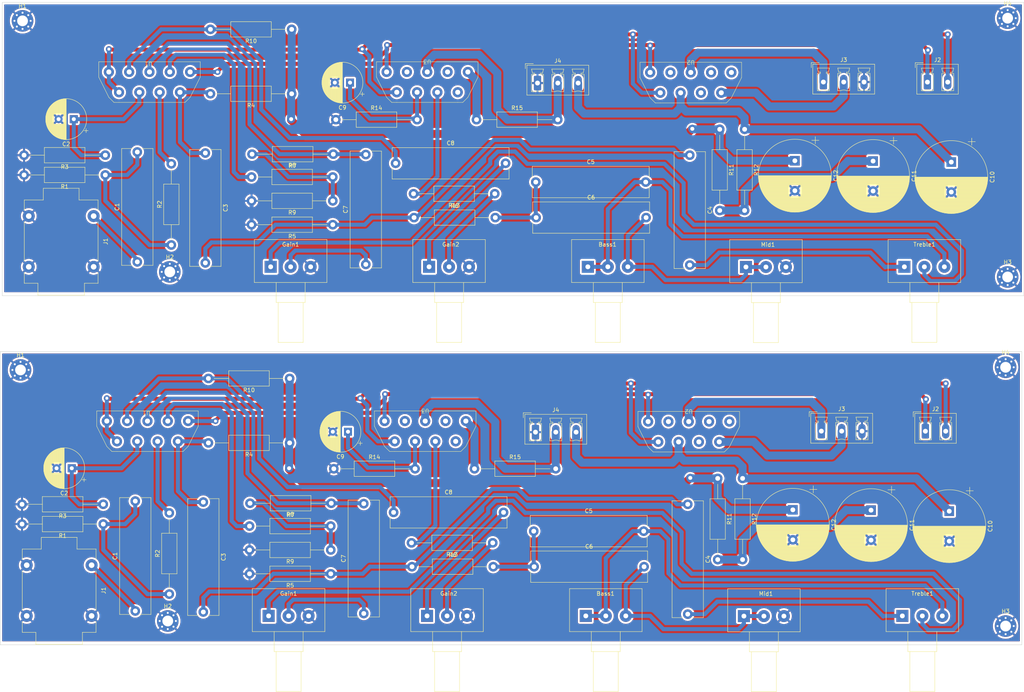
<source format=kicad_pcb>
(kicad_pcb (version 20221018) (generator pcbnew)
  (layers (0 "F.Cu" signal) (31 "B.Cu" signal) (34 "B.Paste" user) (35 "F.Paste" user) (36 "B.SilkS" user "B.Silkscreen") (37 "F.SilkS" user "F.Silkscreen") (38 "B.Mask" user) (39 "F.Mask" user) (44 "Edge.Cuts" user))
  (net 0 "")
  (net 1 "Net-(Bass1-Pad1)")
  (net 2 "Net-(Bass1-Pad3)")
  (net 3 "Net-(C1-Pad1)")
  (net 4 "Net-(C1-Pad2)")
  (net 5 "Net-(U1B-K)")
  (net 6 "Net-(U1B-A)")
  (net 7 "Net-(C3-Pad2)")
  (net 8 "Net-(C4-Pad2)")
  (net 9 "Net-(C5-Pad1)")
  (net 10 "Net-(C7-Pad1)")
  (net 11 "Net-(U1A-G)")
  (net 12 "Net-(U1A-A)")
  (net 13 "Net-(C8-Pad2)")
  (net 14 "Net-(U3A-K_G3)")
  (net 15 "Net-(U1B-G)")
  (net 16 "Net-(R7-Pad2)")
  (net 17 "Net-(U1A-K)")
  (net 18 "Net-(U3A-G1)")
  (net 19 "Net-(U3A-G2)")
  (net 20 "Net-(Gain2-Pad2)")
  (net 21 "GND")
  (net 22 "Net-(Gain1-Pad1)")
  (net 23 "Net-(J2-Pin_1)")
  (net 24 "Net-(J2-Pin_2)")
  (net 25 "Net-(J3-Pin_1)")
  (net 26 "Net-(J3-Pin_2)")
  (net 27 "B+")
  (net 28 "B2+")
  (net 29 "Net-(C12-Pad1)")
  (net 30 "Net-(J4-Pin_2)")
  (footprint "Potentiometer_THT:Potentiometer_Alps_RK163_Single_Horizontal" (layer "F.Cu") (at 200.994 82.215 90)
    (fp_text reference "Mid1")
    (fp_text value "25KA")
  )
  (footprint "Resistor_THT:R_Axial_DIN0411_L9.9mm_D3.6mm_P20.32mm_Horizontal" (layer "F.Cu") (at 133.096 132.715)
    (fp_text reference "R15")
    (fp_text value "680/3W")
  )
  (footprint "Capacitor_THT:CP_Radial_D18.0mm_P7.50mm" (layer "F.Cu") (at 232.283 143.08022 -90)
    (fp_text reference "C11")
    (fp_text value "50-500uF/25V")
  )
  (footprint "Capacitor_THT:CP_Radial_D10.0mm_P3.80mm" (layer "F.Cu") (at 101.971 36.068 180)
    (fp_text reference "C9")
    (fp_text value "50-500uF/25V")
  )
  (footprint "Capacitor_THT:C_Rect_L29.0mm_W7.6mm_P27.50mm_MKT" (layer "F.Cu") (at 65.786 53.687 -90)
    (fp_text reference "C3")
    (fp_text value "0.01uF")
  )
  (footprint "Resistor_THT:R_Axial_DIN0411_L9.9mm_D3.6mm_P20.32mm_Horizontal" (layer "F.Cu") (at 77.343 59.69)
    (fp_text reference "R8")
    (fp_text value "820")
  )
  (footprint "Capacitor_THT:C_Rect_L29.0mm_W7.6mm_P27.50mm_MKT" (layer "F.Cu") (at 148.014 157.226)
    (fp_text reference "C6")
    (fp_text value "22nF")
  )
  (footprint "Connector_Phoenix_MC_HighVoltage:PhoenixContact_MCV_1,5_3-G-5.08_1x03_P5.08mm_Vertical" (layer "F.Cu") (at 148.8615 36.1755)
    (fp_text reference "J4")
    (fp_text value "OT")
  )
  (footprint "Potentiometer_THT:Potentiometer_Alps_RK163_Single_Horizontal" (layer "F.Cu") (at 240.11 169.545 90)
    (fp_text reference "Treble1")
    (fp_text value "250KA")
  )
  (footprint "Connector_Audio:Jack_6.35mm_Neutrik_NMJ4HCD2_Horizontal" (layer "F.Cu") (at 37.846 69.469 -90)
    (fp_text reference "J1")
    (fp_text value "Conn_01x02_Socket")
  )
  (footprint "Potentiometer_THT:Potentiometer_Alps_RK163_Single_Horizontal" (layer "F.Cu") (at 200.486 169.591 90)
    (fp_text reference "Mid1")
    (fp_text value "25KA")
  )
  (footprint "Potentiometer_THT:Potentiometer_Alps_RK163_Single_Horizontal" (layer "F.Cu") (at 82.122 82.169 90)
    (fp_text reference "Gain1")
    (fp_text value "250KA")
  )
  (footprint "Resistor_THT:R_Axial_DIN0411_L9.9mm_D3.6mm_P20.32mm_Horizontal" (layer "F.Cu") (at 117.475 157.226)
    (fp_text reference "R6")
    (fp_text value "68K")
  )
  (footprint "Connector_Phoenix_MC_HighVoltage:PhoenixContact_MCV_1,5_3-G-5.08_1x03_P5.08mm_Vertical" (layer "F.Cu") (at 219.8545 123.2975)
    (fp_text reference "J3")
    (fp_text value "Conn_01x03_Pin")
  )
  (footprint "Capacitor_THT:C_Rect_L29.0mm_W7.6mm_P27.50mm_MKT" (layer "F.Cu") (at 148.429 60.96)
    (fp_text reference "C5")
    (fp_text value "22nF")
  )
  (footprint "Resistor_THT:R_Axial_DIN0411_L9.9mm_D3.6mm_P20.32mm_Horizontal" (layer "F.Cu") (at 200.152 135.128 -90)
    (fp_text reference "R12")
    (fp_text value "100K/2W")
  )
  (footprint "Resistor_THT:R_Axial_DIN0411_L9.9mm_D3.6mm_P20.32mm_Horizontal" (layer "F.Cu") (at 86.868 110.109 180)
    (fp_text reference "R10")
    (fp_text value "100K")
  )
  (footprint "Potentiometer_THT:Potentiometer_Alps_RK163_Single_Horizontal" (layer "F.Cu") (at 160.942 169.545 90)
    (fp_text reference "Bass1")
    (fp_text value "250KA")
  )
  (footprint "Resistor_THT:R_Axial_DIN0411_L9.9mm_D3.6mm_P20.32mm_Horizontal" (layer "F.Cu") (at 200.66 47.752 -90)
    (fp_text reference "R12")
    (fp_text value "100K/2W")
  )
  (footprint "Connector_Phoenix_MC_HighVoltage:PhoenixContact_MCV_1,5_2-G-5.08_1x02_P5.08mm_Vertical" (layer "F.Cu") (at 246.38 35.941)
    (fp_text reference "J2")
    (fp_text value "Heater")
  )
  (footprint "Connector_Audio:Jack_6.35mm_Neutrik_NMJ4HCD2_Horizontal" (layer "F.Cu") (at 37.338 156.845 -90)
    (fp_text reference "J1")
    (fp_text value "Conn_01x02_Socket")
  )
  (footprint "Elab:9P_2.57mm" (layer "F.Cu") (at 51.816 33.401 180)
    (fp_text reference "U1")
    (fp_text value "12AX7")
  )
  (footprint "Capacitor_THT:C_Rect_L29.0mm_W7.6mm_P27.50mm_MKT" (layer "F.Cu") (at 186.436 141.605 -90)
    (fp_text reference "C4")
    (fp_text value "150pF")
  )
  (footprint "Resistor_THT:R_Axial_DIN0411_L9.9mm_D3.6mm_P20.32mm_Horizontal" (layer "F.Cu") (at 57.277 76.708 90)
    (fp_text reference "R2")
    (fp_text value "68K")
  )
  (footprint "Capacitor_THT:C_Rect_L29.0mm_W7.6mm_P27.50mm_MKT" (layer "F.Cu") (at 148.522 69.85)
    (fp_text reference "C6")
    (fp_text value "22nF")
  )
  (footprint "Potentiometer_THT:Potentiometer_Alps_RK163_Single_Horizontal" (layer "F.Cu") (at 81.614 169.545 90)
    (fp_text reference "Gain1")
    (fp_text value "250KA")
  )
  (footprint "Elab:9P_2.57mm" (layer "F.Cu") (at 186.69 120.904 180)
    (fp_text reference "U2")
    (fp_text value "EZ80")
  )
  (footprint "Capacitor_THT:C_Rect_L29.0mm_W7.6mm_P27.50mm_MKT" (layer "F.Cu") (at 48.26 168.309 90)
    (fp_text reference "C1")
    (fp_text value "0.01uF")
  )
  (footprint "Capacitor_THT:CP_Radial_D10.0mm_P3.80mm" (layer "F.Cu") (at 101.463 123.444 180)
    (fp_text reference "C9")
    (fp_text value "50-500uF/25V")
  )
  (footprint "Resistor_THT:R_Axial_DIN0411_L9.9mm_D3.6mm_P20.32mm_Horizontal" (layer "F.Cu") (at 97.282 141.351 180)
    (fp_text reference "R7")
    (fp_text value "1M")
  )
  (footprint "Resistor_THT:R_Axial_DIN0411_L9.9mm_D3.6mm_P20.32mm_Horizontal" (layer "F.Cu") (at 40.259 141.605 180)
    (fp_text reference "R3")
    (fp_text value "1K5")
  )
  (footprint "Resistor_THT:R_Axial_DIN0411_L9.9mm_D3.6mm_P20.32mm_Horizontal" (layer "F.Cu") (at 56.769 164.084 90)
    (fp_text reference "R2")
    (fp_text value "68K")
  )
  (footprint "Resistor_THT:R_Axial_DIN0411_L9.9mm_D3.6mm_P20.32mm_Horizontal" (layer "F.Cu") (at 194.437 47.752 -90)
    (fp_text reference "R11")
    (fp_text value "100K/2W")
  )
  (footprint "MountingHole:MountingHole_2.7mm_Pad_Via" (layer "F.Cu") (at 266.446 84.709)
    (fp_text reference "H3")
    (fp_text value "GND")
  )
  (footprint "Capacitor_THT:CP_Radial_D10.0mm_P3.80mm" (layer "F.Cu") (at 32.375 132.588 180)
    (fp_text reference "C2")
    (fp_text value "50uF/25V")
  )
  (footprint "Resistor_THT:R_Axial_DIN0411_L9.9mm_D3.6mm_P20.32mm_Horizontal" (layer "F.Cu") (at 97.155 153.035 180)
    (fp_text reference "R9")
    (fp_text value "39K")
  )
  (footprint "Resistor_THT:R_Axial_DIN0411_L9.9mm_D3.6mm_P20.32mm_Horizontal" (layer "F.Cu") (at 137.668 151.257 180)
    (fp_text reference "R13")
    (fp_text value "8.2K")
  )
  (footprint "Capacitor_THT:CP_Radial_D18.0mm_P7.50mm" (layer "F.Cu") (at 213.233 55.619 -90)
    (fp_text reference "C12")
    (fp_text value "50-500uF/25V")
  )
  (footprint "Elab:9P_2.57mm" (layer "F.Cu") (at 121.285 33.401 180)
    (fp_text reference "U3")
    (fp_text value "EL84")
  )
  (footprint "MountingHole:MountingHole_2.7mm_Pad_Via" (layer "F.Cu") (at 20.066 20.609)
    (fp_text reference "H1")
    (fp_text value "GND")
  )
  (footprint "Resistor_THT:R_Axial_DIN0411_L9.9mm_D3.6mm_P20.32mm_Horizontal" (layer "F.Cu") (at 97.917 132.715)
    (fp_text reference "R14")
    (fp_text value "125/5W")
  )
  (footprint "Resistor_THT:R_Axial_DIN0411_L9.9mm_D3.6mm_P20.32mm_Horizontal" (layer "F.Cu") (at 193.929 135.128 -90)
    (fp_text reference "R11")
    (fp_text value "100K/2W")
  )
  (footprint "Capacitor_THT:CP_Radial_D18.0mm_P7.50mm" (layer "F.Cu") (at 251.841 143.33422 -90)
    (fp_text reference "C10")
    (fp_text value "50-500uF/25V")
  )
  (footprint "MountingHole:MountingHole_2.7mm_Pad_Via" (layer "F.Cu") (at 56.388 170.815)
    (fp_text reference "H2")
    (fp_text value "GND")
  )
  (footprint "Potentiometer_THT:Potentiometer_Alps_RK163_Single_Horizontal" (layer "F.Cu") (at 240.618 82.169 90)
    (fp_text reference "Treble1")
    (fp_text value "250KA")
  )
  (footprint "Capacitor_THT:C_Rect_L29.0mm_W7.6mm_P27.50mm_MKT" (layer "F.Cu") (at 65.278 141.063 -90)
    (fp_text reference "C3")
    (fp_text value "0.01uF")
  )
  (footprint "Connector_Phoenix_MC_HighVoltage:PhoenixContact_MCV_1,5_2-G-5.08_1x02_P5.08mm_Vertical" (layer "F.Cu") (at 245.872 123.317)
    (fp_text reference "J2")
    (fp_text value "Heater")
  )
  (footprint "Resistor_THT:R_Axial_DIN0411_L9.9mm_D3.6mm_P20.32mm_Horizontal" (layer "F.Cu") (at 133.604 45.339)
    (fp_text reference "R15")
    (fp_text value "680/3W")
  )
  (footprint "Potentiometer_THT:Potentiometer_Alps_RK163_Single_Horizontal" (layer "F.Cu") (at 161.45 82.169 90)
    (fp_text reference "Bass1")
    (fp_text value "250KA")
  )
  (footprint "Resistor_THT:R_Axial_DIN0411_L9.9mm_D3.6mm_P20.32mm_Horizontal" (layer "F.Cu") (at 76.835 147.066)
    (fp_text reference "R8")
    (fp_text value "820")
  )
  (footprint "Capacitor_THT:C_Rect_L29.0mm_W7.6mm_P27.50mm_MKT" (layer "F.Cu") (at 113.377 56.261)
    (fp_text reference "C8")
    (fp_text value "0.01uF")
  )
  (footprint "Connector_Phoenix_MC_HighVoltage:PhoenixContact_MCV_1,5_3-G-5.08_1x03_P5.08mm_Vertical" (layer "F.Cu") (at 220.3625 35.9215)
    (fp_text reference "J3")
    (fp_text value "Conn_01x03_Pin")
  )
  (footprint "Resistor_THT:R_Axial_DIN0411_L9.9mm_D3.6mm_P20.32mm_Horizontal" (layer "F.Cu") (at 87.376 38.862 180)
    (fp_text reference "R4")
    (fp_text value "100K")
  )
  (footprint "Capacitor_THT:C_Rect_L29.0mm_W7.6mm_P27.50mm_MKT" (layer "F.Cu") (at 48.768 80.933 90)
    (fp_text reference "C1")
    (fp_text value "0.01uF")
  )
  (footprint "Capacitor_THT:C_Rect_L29.0mm_W7.6mm_P27.50mm_MKT" (layer "F.Cu") (at 112.869 143.637)
    (fp_text reference "C8")
    (fp_text value "0.01uF")
  )
  (footprint "Connector_Phoenix_MC_HighVoltage:PhoenixContact_MCV_1,5_3-G-5.08_1x03_P5.08mm_Vertical" (layer "F.Cu") (at 148.3535 123.5515)
    (fp_text reference "J4")
    (fp_text value "OT")
  )
  (footprint "Resistor_THT:R_Axial_DIN0411_L9.9mm_D3.6mm_P20.32mm_Horizontal" (layer "F.Cu") (at 138.176 63.881 180)
    (fp_text reference "R13")
    (fp_text value "8.2K")
  )
  (footprint "Capacitor_THT:C_Rect_L29.0mm_W7.6mm_P27.50mm_MKT" (layer "F.Cu") (at 147.921 148.336)
    (fp_text reference "C5")
    (fp_text value "22nF")
  )
  (footprint "Resistor_THT:R_Axial_DIN0411_L9.9mm_D3.6mm_P20.32mm_Horizontal" (layer "F.Cu") (at 97.79 53.975 180)
    (fp_text reference "R7")
    (fp_text value "1M")
  )
  (footprint "Resistor_THT:R_Axial_DIN0411_L9.9mm_D3.6mm_P20.32mm_Horizontal" (layer "F.Cu") (at 87.376 22.733 180)
    (fp_text reference "R10")
    (fp_text value "100K")
  )
  (footprint "Resistor_THT:R_Axial_DIN0411_L9.9mm_D3.6mm_P20.32mm_Horizontal" (layer "F.Cu") (at 97.155 159.004 180)
    (fp_text reference "R5")
    (fp_text value "1M")
  )
  (footprint "Resistor_THT:R_Axial_DIN0411_L9.9mm_D3.6mm_P20.32mm_Horizontal" (layer "F.Cu") (at 86.868 126.238 180)
    (fp_text reference "R4")
    (fp_text value "100K")
  )
  (footprint "MountingHole:MountingHole_2.7mm_Pad_Via" (layer "F.Cu") (at 265.938 172.085)
    (fp_text reference "H3")
    (fp_text value "GND")
  )
  (footprint "Elab:9P_2.57mm" (layer "F.Cu") (at 187.198 33.528 180)
    (fp_text reference "U2")
    (fp_text value "EZ80")
  )
  (footprint "Capacitor_THT:CP_Radial_D18.0mm_P7.50mm" (layer "F.Cu") (at 232.791 55.70422 -90)
    (fp_text reference "C11")
    (fp_text value "50-500uF/25V")
  )
  (footprint "Resistor_THT:R_Axial_DIN0411_L9.9mm_D3.6mm_P20.32mm_Horizontal" (layer "F.Cu") (at 97.663 71.628 180)
    (fp_text reference "R5")
    (fp_text value "1M")
  )
  (footprint "Resistor_THT:R_Axial_DIN0411_L9.9mm_D3.6mm_P20.32mm_Horizontal" (layer "F.Cu") (at 117.983 69.85)
    (fp_text reference "R6")
    (fp_text value "68K")
  )
  (footprint "Capacitor_THT:C_Rect_L29.0mm_W7.6mm_P27.50mm_MKT" (layer "F.Cu") (at 105.918 81.568 90)
    (fp_text reference "C7")
    (fp_text value "47nF")
  )
  (footprint "Potentiometer_THT:Potentiometer_Alps_RK163_Single_Horizontal" (layer "F.Cu") (at 121.238 169.545 90)
    (fp_text reference "Gain2")
    (fp_text value "250KA")
  )
  (footprint "Capacitor_THT:CP_Radial_D10.0mm_P3.80mm" (layer "F.Cu") (at 32.883 45.212 180)
    (fp_text reference "C2")
    (fp_text value "50uF/25V")
  )
  (footprint "MountingHole:MountingHole_2.7mm_Pad_Via" (layer "F.Cu") (at 19.558 107.985)
    (fp_text reference "H1")
    (fp_text value "GND")
  )
  (footprint "Elab:9P_2.57mm" (layer "F.Cu") (at 51.308 120.777 180)
    (fp_text reference "U1")
    (fp_text value "12AX7")
  )
  (footprint "MountingHole:MountingHole_2.7mm_Pad_Via" (layer "F.Cu") (at 266.446 19.939)
    (fp_text reference "H4")
    (fp_text value "GND")
  )
  (footprint "Resistor_THT:R_Axial_DIN0411_L9.9mm_D3.6mm_P20.32mm_Horizontal" (layer "F.Cu") (at 98.425 45.339)
    (fp_text reference "R14")
    (fp_text value "125/5W")
  )
  (footprint "Resistor_THT:R_Axial_DIN0411_L9.9mm_D3.6mm_P20.32mm_Horizontal" (layer "F.Cu") (at 97.663 65.659 180)
    (fp_text reference "R9")
    (fp_text value "39K")
  )
  (footprint "Resistor_THT:R_Axial_DIN0411_L9.9mm_D3.6mm_P20.32mm_Horizontal" (layer "F.Cu") (at 40.767 54.229 180)
    (fp_text reference "R3")
    (fp_text value "1K5")
  )
  (footprint "MountingHole:MountingHole_2.7mm_Pad_Via" (layer "F.Cu") (at 265.938 107.315)
    (fp_text reference "H4")
    (fp_text value "GND")
  )
  (footprint "MountingHole:MountingHole_2.7mm_Pad_Via" (layer "F.Cu") (at 56.896 83.439)
    (fp_text reference "H2")
    (fp_text value "GND")
  )
  (footprint "Capacitor_THT:C_Rect_L29.0mm_W7.6mm_P27.50mm_MKT" (layer "F.Cu") (at 105.41 168.944 90)
    (fp_text reference "C7")
    (fp_text value "47nF")
  )
  (footprint "Potentiometer_THT:Potentiometer_Alps_RK163_Single_Horizontal" (layer "F.Cu") (at 121.746 82.169 90)
    (fp_text reference "Gain2")
    (fp_text value "250KA")
  )
  (footprint "Resistor_THT:R_Axial_DIN0411_L9.9mm_D3.6mm_P20.32mm_Horizontal" (layer "F.Cu") (at 40.767 59.182 180)
    (fp_text reference "R1")
    (fp_text value "1M")
  )
  (footprint "Capacitor_THT:C_Rect_L29.0mm_W7.6mm_P27.50mm_MKT" (layer "F.Cu") (at 186.944 54.229 -90)
    (fp_text reference "C4")
    (fp_text value "150pF")
  )
  (footprint "Capacitor_THT:CP_Radial_D18.0mm_P7.50mm" (layer "F.Cu") (at 212.725 142.995 -90)
    (fp_text reference "C12")
    (fp_text value "50-500uF/25V")
  )
  (footprint "Elab:9P_2.57mm" (layer "F.Cu") (at 120.777 120.777 180)
    (fp_text reference "U3")
    (fp_text value "EL84")
  )
  (footprint "Resistor_THT:R_Axial_DIN0411_L9.9mm_D3.6mm_P20.32mm_Horizontal" (layer "F.Cu") (at 40.259 146.558 180)
    (fp_text reference "R1")
    (fp_text value "1M")
  )
  (footprint "Capacitor_THT:CP_Radial_D18.0mm_P7.50mm" (layer "F.Cu") (at 252.349 55.95822 -90)
    (fp_text reference "C10")
    (fp_text value "50-500uF/25V")
  )
  (gr_rect (start 14.986 16.002) (end 270.51 89.408) (stroke (width 0.1)) (fill none) (layer "Edge.Cuts"))
  (gr_rect (start 14.478 103.378) (end 270.002 176.784) (stroke (width 0.1)) (fill none) (layer "Edge.Cuts"))
  (segment (start 179.578 148.336) (end 181.61 150.368) (width 1) (layer "B.Cu") (net 1))
  (segment (start 250.618 78.82) (end 250.618 82.169) (width 1) (layer "B.Cu") (net 1))
  (segment (start 166.45 67.738) (end 173.228 60.96) (width 1) (layer "B.Cu") (net 1))
  (segment (start 161.45 82.169) (end 166.45 82.169) (width 1) (layer "B.Cu") (net 1))
  (segment (start 181.61 158.877) (end 184.658 161.925) (width 1) (layer "B.Cu") (net 1))
  (segment (start 250.11 166.196) (end 250.11 169.545) (width 1) (layer "B.Cu") (net 1))
  (segment (start 180.086 60.96) (end 182.118 62.992) (width 1) (layer "B.Cu") (net 1))
  (segment (start 172.72 148.336) (end 175.421 148.336) (width 1) (layer "B.Cu") (net 1))
  (segment (start 165.942 155.114) (end 172.72 148.336) (width 1) (layer "B.Cu") (net 1))
  (segment (start 182.118 71.501) (end 185.166 74.549) (width 1) (layer "B.Cu") (net 1))
  (segment (start 182.118 62.992) (end 182.118 71.501) (width 1) (layer "B.Cu") (net 1))
  (segment (start 250.0795 166.196) (end 250.11 166.196) (width 1) (layer "B.Cu") (net 1))
  (segment (start 245.8085 161.925) (end 250.0795 166.196) (width 1) (layer "B.Cu") (net 1))
  (segment (start 173.228 60.96) (end 175.929 60.96) (width 1) (layer "B.Cu") (net 1))
  (segment (start 166.45 82.169) (end 166.45 67.738) (width 1) (layer "B.Cu") (net 1))
  (segment (start 160.883 169.486) (end 160.942 169.545) (width 1) (layer "B.Cu") (net 1))
  (segment (start 181.61 150.368) (end 181.61 158.877) (width 1) (layer "B.Cu") (net 1))
  (segment (start 184.658 161.925) (end 245.8085 161.925) (width 1) (layer "B.Cu") (net 1))
  (segment (start 175.421 148.336) (end 179.578 148.336) (width 1) (layer "B.Cu") (net 1))
  (segment (start 161.391 82.11) (end 161.45 82.169) (width 1) (layer "B.Cu") (net 1))
  (segment (start 160.942 169.545) (end 165.942 169.545) (width 1) (layer "B.Cu") (net 1))
  (segment (start 246.3165 74.549) (end 250.5875 78.82) (width 1) (layer "B.Cu") (net 1))
  (segment (start 250.5875 78.82) (end 250.618 78.82) (width 1) (layer "B.Cu") (net 1))
  (segment (start 185.166 74.549) (end 246.3165 74.549) (width 1) (layer "B.Cu") (net 1))
  (segment (start 165.942 169.545) (end 165.942 155.114) (width 1) (layer "B.Cu") (net 1))
  (segment (start 175.929 60.96) (end 180.086 60.96) (width 1) (layer "B.Cu") (net 1))
  (segment (start 170.988 169.591) (end 170.942 169.545) (width 1) (layer "B.Cu") (net 2))
  (segment (start 200.486 171.497) (end 199.136 172.847) (width 1) (layer "B.Cu") (net 2))
  (segment (start 177.038 169.545) (end 170.942 169.545) (width 1) (layer "B.Cu") (net 2))
  (segment (start 171.45 74.422) (end 176.022 69.85) (width 1) (layer "B.Cu") (net 2))
  (segment (start 199.644 85.471) (end 180.848 85.471) (width 1) (layer "B.Cu") (net 2))
  (segment (start 199.136 172.847) (end 180.34 172.847) (width 1) (layer "B.Cu") (net 2))
  (segment (start 170.942 161.798) (end 175.514 157.226) (width 1) (layer "B.Cu") (net 2))
  (segment (start 205.994 82.215) (end 200.994 82.215) (width 1) (layer "B.Cu") (net 2))
  (segment (start 170.942 169.545) (end 170.942 161.798) (width 1) (layer "B.Cu") (net 2))
  (segment (start 200.486 169.591) (end 200.486 171.497) (width 1) (layer "B.Cu") (net 2))
  (segment (start 171.45 82.169) (end 171.45 74.422) (width 1) (layer "B.Cu") (net 2))
  (segment (start 200.994 82.215) (end 200.994 84.121) (width 1) (layer "B.Cu") (net 2))
  (segment (start 171.496 82.215) (end 171.45 82.169) (width 1) (layer "B.Cu") (net 2))
  (segment (start 180.848 85.471) (end 177.546 82.169) (width 1) (layer "B.Cu") (net 2))
  (segment (start 177.546 82.169) (end 171.45 82.169) (width 1) (layer "B.Cu") (net 2))
  (segment (start 200.994 84.121) (end 199.644 85.471) (width 1) (layer "B.Cu") (net 2))
  (segment (start 205.486 169.591) (end 200.486 169.591) (width 1) (layer "B.Cu") (net 2))
  (segment (start 180.34 172.847) (end 177.038 169.545) (width 1) (layer "B.Cu") (net 2))
  (segment (start 37.338 156.845) (end 48.26 167.767) (width 1) (layer "B.Cu") (net 3))
  (segment (start 48.26 167.767) (end 48.26 168.309) (width 1) (layer "B.Cu") (net 3))
  (segment (start 48.768 80.391) (end 48.768 80.933) (width 1) (layer "B.Cu") (net 3))
  (segment (start 37.846 69.469) (end 48.768 80.391) (width 1) (layer "B.Cu") (net 3))
  (segment (start 40.767 65.659) (end 40.767 59.182) (width 1) (layer "B.Cu") (net 4))
  (segment (start 48.26 144.018) (end 45.72 146.558) (width 1) (layer "B.Cu") (net 4))
  (segment (start 56.769 164.084) (end 51.308 164.084) (width 1) (layer "B.Cu") (net 4))
  (segment (start 40.259 153.035) (end 40.259 146.558) (width 1) (layer "B.Cu") (net 4))
  (segment (start 45.72 146.558) (end 40.259 146.558) (width 1) (layer "B.Cu") (net 4))
  (segment (start 46.228 59.182) (end 40.767 59.182) (width 1) (layer "B.Cu") (net 4))
  (segment (start 48.768 53.433) (end 48.768 56.642) (width 1) (layer "B.Cu") (net 4))
  (segment (start 48.768 56.642) (end 46.228 59.182) (width 1) (layer "B.Cu") (net 4))
  (segment (start 51.816 76.708) (end 40.767 65.659) (width 1) (layer "B.Cu") (net 4))
  (segment (start 57.277 76.708) (end 51.816 76.708) (width 1) (layer "B.Cu") (net 4))
  (segment (start 51.308 164.084) (end 40.259 153.035) (width 1) (layer "B.Cu") (net 4))
  (segment (start 48.26 140.809) (end 48.26 144.018) (width 1) (layer "B.Cu") (net 4))
  (segment (start 32.375 139.69) (end 32.375 132.588) (width 1) (layer "B.Cu") (net 5))
  (segment (start 49.276 41.275) (end 45.339 45.212) (width 1) (layer "B.Cu") (net 5))
  (segment (start 40.259 141.605) (end 34.29 141.605) (width 1) (layer "B.Cu") (net 5))
  (segment (start 49.276 38.481) (end 49.276 41.275) (width 1) (layer "B.Cu") (net 5))
  (segment (start 34.798 54.229) (end 32.883 52.314) (width 1) (layer "B.Cu") (net 5))
  (segment (start 48.768 125.857) (end 48.768 128.651) (width 1) (layer "B.Cu") (net 5))
  (segment (start 32.883 52.314) (end 32.883 45.212) (width 1) (layer "B.Cu") (net 5))
  (segment (start 34.29 141.605) (end 32.375 139.69) (width 1) (layer "B.Cu") (net 5))
  (segment (start 44.831 132.588) (end 32.375 132.588) (width 1) (layer "B.Cu") (net 5))
  (segment (start 40.767 54.229) (end 34.798 54.229) (width 1) (layer "B.Cu") (net 5))
  (segment (start 45.339 45.212) (end 32.883 45.212) (width 1) (layer "B.Cu") (net 5))
  (segment (start 48.768 128.651) (end 44.831 132.588) (width 1) (layer "B.Cu") (net 5))
  (segment (start 59.69 38.735) (end 59.436 38.481) (width 2) (layer "B.Cu") (net 6))
  (segment (start 59.436 38.481) (end 59.436 50.927) (width 1) (layer "B.Cu") (net 6))
  (segment (start 62.264 53.687) (end 65.786 53.687) (width 1) (layer "B.Cu") (net 6))
  (segment (start 66.167 125.857) (end 66.548 126.238) (width 1) (layer "B.Cu") (net 6))
  (segment (start 58.928 125.857) (end 58.928 138.303) (width 1) (layer "B.Cu") (net 6))
  (segment (start 66.675 38.481) (end 67.056 38.862) (width 1) (layer "B.Cu") (net 6))
  (segment (start 58.928 125.857) (end 66.167 125.857) (width 1) (layer "B.Cu") (net 6))
  (segment (start 58.928 138.303) (end 61.722 141.097) (width 1) (layer "B.Cu") (net 6))
  (segment (start 59.182 126.111) (end 58.928 125.857) (width 2) (layer "B.Cu") (net 6))
  (segment (start 61.722 141.097) (end 61.756 141.063) (width 1) (layer "B.Cu") (net 6))
  (segment (start 59.436 38.481) (end 66.675 38.481) (width 1) (layer "B.Cu") (net 6))
  (segment (start 61.756 141.063) (end 65.278 141.063) (width 1) (layer "B.Cu") (net 6))
  (segment (start 59.436 50.927) (end 62.23 53.721) (width 1) (layer "B.Cu") (net 6))
  (segment (start 62.23 53.721) (end 62.264 53.687) (width 1) (layer "B.Cu") (net 6))
  (segment (start 182.372 140.208) (end 146.431 140.208) (width 1) (layer "B.Cu") (net 7))
  (segment (start 144.018 137.795) (end 137.460286 137.795) (width 1) (layer "B.Cu") (net 7))
  (segment (start 106.934 157.226) (end 117.475 157.226) (width 1) (layer "B.Cu") (net 7))
  (segment (start 146.431 140.208) (end 144.018 137.795) (width 1) (layer "B.Cu") (net 7))
  (segment (start 118.537286 69.85) (end 117.983 69.85) (width 1) (layer "B.Cu") (net 7))
  (segment (start 144.526 50.419) (end 137.968286 50.419) (width 1) (layer "B.Cu") (net 7))
  (segment (start 66.802 163.449) (end 78.359 163.449) (width 1) (layer "B.Cu") (net 7))
  (segment (start 146.939 52.832) (end 144.526 50.419) (width 1) (layer "B.Cu") (net 7))
  (segment (start 78.359 163.449) (end 82.804 159.004) (width 1) (layer "B.Cu") (net 7))
  (segment (start 65.786 77.597) (end 67.31 76.073) (width 1) (layer "B.Cu") (net 7))
  (segment (start 67.31 76.073) (end 78.867 76.073) (width 1) (layer "B.Cu") (net 7))
  (segment (start 83.312 71.628) (end 97.663 71.628) (width 1) (layer "B.Cu") (net 7))
  (segment (start 184.277 54.229) (end 182.88 52.832) (width 1) (layer "B.Cu") (net 7))
  (segment (start 105.664 71.628) (end 107.442 69.85) (width 1) (layer "B.Cu") (net 7))
  (segment (start 65.278 168.563) (end 65.278 164.973) (width 1) (layer "B.Cu") (net 7))
  (segment (start 105.156 159.004) (end 106.934 157.226) (width 1) (layer "B.Cu") (net 7))
  (segment (start 97.663 71.628) (end 105.664 71.628) (width 1) (layer "B.Cu") (net 7))
  (segment (start 65.786 81.187) (end 65.786 77.597) (width 1) (layer "B.Cu") (net 7))
  (segment (start 82.804 159.004) (end 97.155 159.004) (width 1) (layer "B.Cu") (net 7))
  (segment (start 182.88 52.832) (end 146.939 52.832) (width 1) (layer "B.Cu") (net 7))
  (segment (start 97.155 159.004) (end 105.156 159.004) (width 1) (layer "B.Cu") (net 7))
  (segment (start 107.442 69.85) (end 117.983 69.85) (width 1) (layer "B.Cu") (net 7))
  (segment (start 137.968286 50.419) (end 118.537286 69.85) (width 1) (layer "B.Cu") (net 7))
  (segment (start 186.436 141.605) (end 183.769 141.605) (width 1) (layer "B.Cu") (net 7))
  (segment (start 118.029286 157.226) (end 117.475 157.226) (width 1) (layer "B.Cu") (net 7))
  (segment (start 78.867 76.073) (end 83.312 71.628) (width 1) (layer "B.Cu") (net 7))
  (segment (start 65.278 164.973) (end 66.802 163.449) (width 1) (layer "B.Cu") (net 7))
  (segment (start 183.769 141.605) (end 182.372 140.208) (width 1) (layer "B.Cu") (net 7))
  (segment (start 137.460286 137.795) (end 118.029286 157.226) (width 1) (layer "B.Cu") (net 7))
  (segment (start 186.944 54.229) (end 184.277 54.229) (width 1) (layer "B.Cu") (net 7))
  (segment (start 194.31 78.613) (end 232.156 78.613) (width 1) (layer "B.Cu") (net 8))
  (segment (start 186.436 169.105) (end 190.686 169.105) (width 1) (layer "B.Cu") (net 8))
  (segment (start 193.802 165.989) (end 231.648 165.989) (width 1) (layer "B.Cu") (net 8))
  (segment (start 190.686 169.105) (end 193.802 165.989) (width 1) (layer "B.Cu") (net 8))
  (segment (start 231.648 165.989) (end 235.331 169.672) (width 1) (layer "B.Cu") (net 8))
  (segment (start 186.944 81.729) (end 191.194 81.729) (width 1) (layer "B.Cu") (net 8))
  (segment (start 191.194 81.729) (end 194.31 78.613) (width 1) (layer "B.Cu") (net 8))
  (segment (start 235.458 169.545) (end 240.11 169.545) (width 1) (layer "B.Cu") (net 8))
  (segment (start 235.331 169.672) (end 235.458 169.545) (width 1) (layer "B.Cu") (net 8))
  (segment (start 235.966 82.169) (end 240.618 82.169) (width 1) (layer "B.Cu") (net 8))
  (segment (start 235.839 82.296) (end 235.966 82.169) (width 1) (layer "B.Cu") (net 8))
  (segment (start 232.156 78.613) (end 235.839 82.296) (width 1) (layer "B.Cu") (net 8))
  (segment (start 148.014 157.226) (end 137.795 157.226) (width 1) (layer "B.Cu") (net 9))
  (segment (start 147.921 157.133) (end 148.014 157.226) (width 1) (layer "B.Cu") (net 9))
  (segment (start 148.429 60.96) (end 148.429 69.757) (width 1) (layer "B.Cu") (net 9))
  (segment (start 148.429 69.757) (end 148.522 69.85) (width 1) (layer "B.Cu") (net 9))
  (segment (start 147.921 148.336) (end 147.921 157.133) (width 1) (layer "B.Cu") (net 9))
  (segment (start 148.522 69.85) (end 138.303 69.85) (width 1) (layer "B.Cu") (net 9))
  (segment (start 88.265 78.105) (end 87.122 79.248) (width 1) (layer "B.Cu") (net 10))
  (segment (start 104.775 78.105) (end 88.265 78.105) (width 1) (layer "B.Cu") (net 10))
  (segment (start 86.614 166.624) (end 86.614 169.545) (width 1) (layer "B.Cu") (net 10))
  (segment (start 105.918 79.248) (end 104.775 78.105) (width 1) (layer "B.Cu") (net 10))
  (segment (start 105.41 168.944) (end 105.41 166.624) (width 1) (layer "B.Cu") (net 10))
  (segment (start 87.122 79.248) (end 87.122 82.169) (width 1) (layer "B.Cu") (net 10))
  (segment (start 105.41 166.624) (end 104.267 165.481) (width 1) (layer "B.Cu") (net 10))
  (segment (start 87.757 165.481) (end 86.614 166.624) (width 1) (layer "B.Cu") (net 10))
  (segment (start 105.918 81.568) (end 105.918 79.248) (width 1) (layer "B.Cu") (net 10))
  (segment (start 104.267 165.481) (end 87.757 165.481) (width 1) (layer "B.Cu") (net 10))
  (segment (start 97.79 53.975) (end 84.328 53.975) (width 1) (layer "B.Cu") (net 11))
  (segment (start 56.007 113.665) (end 51.308 118.364) (width 1) (layer "B.Cu") (net 11))
  (segment (start 51.816 30.988) (end 51.816 33.401) (width 1) (layer "B.Cu") (net 11))
  (segment (start 97.282 141.351) (end 105.317 141.351) (width 1) (layer "B.Cu") (net 11))
  (segment (start 105.825 53.975) (end 105.918 54.068) (width 1) (layer "B.Cu") (net 11))
  (segment (start 70.866 113.665) (end 56.007 113.665) (width 1) (layer "B.Cu") (net 11))
  (segment (start 97.282 141.351) (end 83.82 141.351) (width 1) (layer "B.Cu") (net 11))
  (segment (start 71.374 26.289) (end 56.515 26.289) (width 1) (layer "B.Cu") (net 11))
  (segment (start 105.317 141.351) (end 105.41 141.444) (width 1) (layer "B.Cu") (net 11))
  (segment (start 76.835 31.75) (end 71.374 26.289) (width 1) (layer "B.Cu") (net 11))
  (segment (start 51.308 118.364) (end 51.308 120.777) (width 1) (layer "B.Cu") (net 11))
  (segment (start 84.328 53.975) (end 76.835 46.482) (width 1) (layer "B.Cu") (net 11))
  (segment (start 76.835 46.482) (end 76.835 31.75) (width 1) (layer "B.Cu") (net 11))
  (segment (start 76.327 133.858) (end 76.327 119.126) (width 1) (layer "B.Cu") (net 11))
  (segment (start 56.515 26.289) (end 51.816 30.988) (width 1) (layer "B.Cu") (net 11))
  (segment (start 83.82 141.351) (end 76.327 133.858) (width 1) (layer "B.Cu") (net 11))
  (segment (start 97.79 53.975) (end 105.825 53.975) (width 1) (layer "B.Cu") (net 11))
  (segment (start 76.327 119.126) (end 70.866 113.665) (width 1) (layer "B.Cu") (net 11))
  (segment (start 112.869 143.637) (end 112.869 140.682) (width 1) (layer "B.Cu") (net 12))
  (segment (start 54.737 22.733) (end 46.736 30.734) (width 1) (layer "B.Cu") (net 12))
  (segment (start 79.248 130.175) (end 79.248 118.11) (width 1) (layer "B.Cu") (net 12))
  (segment (start 79.756 42.799) (end 79.756 30.734) (width 1) (layer "B.Cu") (net 12))
  (segment (start 79.248 118.11) (end 71.247 110.109) (width 1) (layer "B.Cu") (net 12))
  (segment (start 79.756 30.734) (end 71.755 22.733) (width 1) (layer "B.Cu") (net 12))
  (segment (start 46.228 118.11) (end 46.228 120.777) (width 1) (layer "B.Cu") (net 12))
  (segment (start 109.474 137.287) (end 86.36 137.287) (width 1) (layer "B.Cu") (net 12))
  (segment (start 71.755 22.733) (end 54.737 22.733) (width 1) (layer "B.Cu") (net 12))
  (segment (start 86.868 49.911) (end 79.756 42.799) (width 1) (layer "B.Cu") (net 12))
  (segment (start 71.247 110.109) (end 54.229 110.109) (width 1) (layer "B.Cu") (net 12))
  (segment (start 109.982 49.911) (end 86.868 49.911) (width 1) (layer "B.Cu") (net 12))
  (segment (start 112.869 140.682) (end 109.474 137.287) (width 1) (layer "B.Cu") (net 12))
  (segment (start 113.377 53.306) (end 109.982 49.911) (width 1) (layer "B.Cu") (net 12))
  (segment (start 86.36 137.287) (end 79.248 130.175) (width 1) (layer "B.Cu") (net 12))
  (segment (start 113.377 56.261) (end 113.377 53.306) (width 1) (layer "B.Cu") (net 12))
  (segment (start 54.229 110.109) (end 46.228 118.11) (width 1) (layer "B.Cu") (net 12))
  (segment (start 46.736 30.734) (end 46.736 33.401) (width 1) (layer "B.Cu") (net 12))
  (segment (start 140.369 143.73) (end 140.369 143.637) (width 1) (layer "B.Cu") (net 13))
  (segment (start 121.746 75.485) (end 140.877 56.354) (width 1) (layer "B.Cu") (net 13))
  (segment (start 121.238 169.545) (end 121.238 162.861) (width 1) (layer "B.Cu") (net 13))
  (segment (start 121.238 162.861) (end 140.369 143.73) (width 1) (layer "B.Cu") (net 13))
  (segment (start 140.877 56.354) (end 140.877 56.261) (width 1) (layer "B.Cu") (net 13))
  (segment (start 121.746 82.169) (end 121.746 75.485) (width 1) (layer "B.Cu") (net 13))
  (segment (start 101.463 123.444) (end 101.463 127.498) (width 1) (layer "B.Cu") (net 14))
  (segment (start 101.971 36.068) (end 101.971 40.122) (width 1) (layer "B.Cu") (net 14))
  (segment (start 118.745 45.085) (end 118.745 38.481) (width 1) (layer "B.Cu") (net 14))
  (segment (start 106.426 132.461) (end 118.237 132.461) (width 1) (layer "B.Cu") (net 14))
  (segment (start 101.971 40.122) (end 106.934 45.085) (width 1) (layer "B.Cu") (net 14))
  (segment (start 101.463 127.498) (end 106.426 132.461) (width 1) (layer "B.Cu") (net 14))
  (segment (start 118.237 132.461) (end 118.237 125.857) (width 1) (layer "B.Cu") (net 14))
  (segment (start 106.934 45.085) (end 118.745 45.085) (width 1) (layer "B.Cu") (net 14))
  (segment (start 54.356 53.467) (end 57.277 56.388) (width 1) (layer "B.Cu") (net 15))
  (segment (start 53.848 125.857) (end 53.848 140.843) (width 1) (layer "B.Cu") (net 15))
  (segment (start 54.356 38.481) (end 54.356 53.467) (width 1) (layer "B.Cu") (net 15))
  (segment (start 53.848 140.843) (end 56.769 143.764) (width 1) (layer "B.Cu") (net 15))
  (segment (start 97.155 147.066) (end 97.155 153.035) (width 1) (layer "B.Cu") (net 16))
  (segment (start 77.47 53.975) (end 80.899 53.975) (width 1) (layer "B.Cu") (net 16))
  (segment (start 76.962 141.351) (end 80.391 141.351) (width 1) (layer "B.Cu") (net 16))
  (segment (start 86.106 147.066) (end 97.155 147.066) (width 1) (layer "B.Cu") (net 16))
  (segment (start 80.899 53.975) (end 86.614 59.69) (width 1) (layer "B.Cu") (net 16))
  (segment (start 97.663 59.69) (end 97.663 65.659) (width 1) (layer "B.Cu") (net 16))
  (segment (start 86.614 59.69) (end 97.663 59.69) (width 1) (layer "B.Cu") (net 16))
  (segment (start 80.391 141.351) (end 86.106 147.066) (width 1) (layer "B.Cu") (net 16))
  (segment (start 77.343 59.69) (end 74.168 59.69) (width 1) (layer "B.Cu") (net 17))
  (segment (start 72.898 31.496) (end 70.485 29.083) (width 1) (layer "B.Cu") (net 17))
  (segment (start 72.39 118.872) (end 69.977 116.459) (width 1) (layer "B.Cu") (net 17))
  (segment (start 76.835 147.066) (end 73.66 147.066) (width 1) (layer "B.Cu") (net 17))
  (segment (start 73.66 147.066) (end 72.39 145.796) (width 1) (layer "B.Cu") (net 17))
  (segment (start 58.42 29.083) (end 56.896 30.607) (width 1) (layer "B.Cu") (net 17))
  (segment (start 70.485 29.083) (end 58.42 29.083) (width 1) (layer "B.Cu") (net 17))
  (segment (start 72.898 58.42) (end 72.898 31.496) (width 1) (layer "B.Cu") (net 17))
  (segment (start 57.912 116.459) (end 56.388 117.983) (width 1) (layer "B.Cu") (net 17))
  (segment (start 56.388 117.983) (end 56.388 120.777) (width 1) (layer "B.Cu") (net 17))
  (segment (start 56.896 30.607) (end 56.896 33.401) (width 1) (layer "B.Cu") (net 17))
  (segment (start 69.977 116.459) (end 57.912 116.459) (width 1) (layer "B.Cu") (net 17))
  (segment (start 74.168 59.69) (end 72.898 58.42) (width 1) (layer "B.Cu") (net 17))
  (segment (start 72.39 145.796) (end 72.39 118.872) (width 1) (layer "B.Cu") (net 17))
  (segment (start 123.317 146.939) (end 118.999 151.257) (width 1) (layer "B.Cu") (net 18))
  (segment (start 123.317 125.857) (end 123.317 146.939) (width 1) (layer "B.Cu") (net 18))
  (segment (start 118.999 151.257) (end 117.348 151.257) (width 1) (layer "B.Cu") (net 18))
  (segment (start 119.507 63.881) (end 117.856 63.881) (width 1) (layer "B.Cu") (net 18))
  (segment (start 123.825 59.563) (end 119.507 63.881) (width 1) (layer "B.Cu") (net 18))
  (segment (start 123.825 38.481) (end 123.825 59.563) (width 1) (layer "B.Cu") (net 18))
  (segment (start 130.937 120.777) (end 133.096 122.936) (width 2) (layer "B.Cu") (net 19))
  (segment (start 130.81 120.65) (end 130.937 120.777) (width 1) (layer "B.Cu") (net 19))
  (segment (start 131.318 33.274) (end 131.445 33.401) (width 1) (layer "B.Cu") (net 19))
  (segment (start 133.604 35.56) (end 133.604 45.339) (width 2) (layer "B.Cu") (net 19))
  (segment (start 133.096 122.936) (end 133.096 132.715) (width 2) (layer "B.Cu") (net 19))
  (segment (start 131.445 33.401) (end 133.604 35.56) (width 2) (layer "B.Cu") (net 19))
  (segment (start 126.238 169.545) (end 126.238 162.687) (width 1) (layer "B.Cu") (net 20))
  (segment (start 126.746 75.311) (end 138.176 63.881) (width 1) (layer "B.Cu") (net 20))
  (segment (start 126.746 82.169) (end 126.746 75.311) (width 1) (layer "B.Cu") (net 20))
  (segment (start 126.238 162.687) (end 137.668 151.257) (width 1) (layer "B.Cu") (net 20))
  (segment (start 77.343 71.628) (end 77.343 65.659) (width 1) (layer "B.Cu") (net 21))
  (segment (start 76.835 159.004) (end 76.835 153.035) (width 1) (layer "B.Cu") (net 21))
  (segment (start 255.016 78.1685) (end 248.4755 71.628) (width 1) (layer "B.Cu") (net 22))
  (segment (start 138.43 140.716) (end 136.525 142.621) (width 1) (layer "B.Cu") (net 22))
  (segment (start 143.256 53.34) (end 138.938 53.34) (width 1) (layer "B.Cu") (net 22))
  (segment (start 253.238 85.725) (end 255.016 83.947) (width 1) (layer "B.Cu") (net 22))
  (segment (start 245.11 171.577) (end 246.634 173.101) (width 1) (layer "B.Cu") (net 22))
  (segment (start 187.452 159.004) (end 184.912 156.464) (width 1) (layer "B.Cu") (net 22))
  (segment (start 116.808 163.481) (end 83.915 163.481) (width 1) (layer "B.Cu") (net 22))
  (segment (start 117.316 76.105) (end 84.423 76.105) (width 1) (layer "B.Cu") (net 22))
  (segment (start 247.9675 159.004) (end 187.452 159.004) (width 1) (layer "B.Cu") (net 22))
  (segment (start 184.912 156.464) (end 184.912 148.59) (width 1) (layer "B.Cu") (net 22))
  (segment (start 180.086 143.764) (end 145.796 143.764) (width 1) (layer "B.Cu") (net 22))
  (segment (start 254.508 171.323) (end 254.508 165.5445) (width 1) (layer "B.Cu") (net 22))
  (segment (start 185.42 69.088) (end 185.42 61.214) (width 1) (layer "B.Cu") (net 22))
  (segment (start 245.618 82.169) (end 245.618 84.201) (width 1) (layer "B.Cu") (net 22))
  (segment (start 245.11 169.545) (end 245.11 171.577) (width 1) (layer "B.Cu") (net 22))
  (segment (start 136.525 142.621) (end 136.525 143.764) (width 1) (layer "B.Cu") (net 22))
  (segment (start 146.304 56.388) (end 143.256 53.34) (width 1) (layer "B.Cu") (net 22))
  (segment (start 245.618 84.201) (end 247.142 85.725) (width 1) (layer "B.Cu") (net 22))
  (segment (start 145.796 143.764) (end 142.748 140.716) (width 1) (layer "B.Cu") (net 22))
  (segment (start 83.915 163.481) (end 81.614 165.782) (width 1) (layer "B.Cu") (net 22))
  (segment (start 137.033 56.388) (end 117.316 76.105) (width 1) (layer "B.Cu") (net 22))
  (segment (start 184.912 148.59) (end 180.086 143.764) (width 1) (layer "B.Cu") (net 22))
  (segment (start 185.42 61.214) (end 180.594 56.388) (width 1) (layer "B.Cu") (net 22))
  (segment (start 254.508 165.5445) (end 247.9675 159.004) (width 1) (layer "B.Cu") (net 22))
  (segment (start 138.938 53.34) (end 137.033 55.245) (width 1) (layer "B.Cu") (net 22))
  (segment (start 137.033 55.245) (end 137.033 56.388) (width 1) (layer "B.Cu") (net 22))
  (segment (start 187.96 71.628) (end 185.42 69.088) (width 1) (layer "B.Cu") (net 22))
  (segment (start 81.614 165.782) (end 81.614 169.545) (width 1) (layer "B.Cu") (net 22))
  (segment (start 248.4755 71.628) (end 187.96 71.628) (width 1) (layer "B.Cu") (net 22))
  (segment (start 136.525 143.764) (end 116.808 163.481) (width 1) (layer "B.Cu") (net 22))
  (segment (start 82.122 78.406) (end 82.122 82.169) (width 1) (layer "B.Cu") (net 22))
  (segment (start 255.016 83.947) (end 255.016 78.1685) (width 1) (layer "B.Cu") (net 22))
  (segment (start 252.73 173.101) (end 254.508 171.323) (width 1) (layer "B.Cu") (net 22))
  (segment (start 246.634 173.101) (end 252.73 173.101) (width 1) (layer "B.Cu") (net 22))
  (segment (start 142.748 140.716) (end 138.43 140.716) (width 1) (layer "B.Cu") (net 22))
  (segment (start 247.142 85.725) (end 253.238 85.725) (width 1) (layer "B.Cu") (net 22))
  (segment (start 84.423 76.105) (end 82.122 78.406) (width 1) (layer "B.Cu") (net 22))
  (segment (start 180.594 56.388) (end 146.304 56.388) (width 1) (layer "B.Cu") (net 22))
  (segment (start 68.326 120.65) (end 68.326 120.777) (width 1) (layer "F.Cu") (net 23))
  (segment (start 68.326 120.777) (end 68.199 120.777) (width 1) (layer "F.Cu") (net 23))
  (segment (start 70.739 31.369) (end 68.834 33.274) (width 1) (layer "F.Cu") (net 23))
  (segment (start 107.696 31.369) (end 70.739 31.369) (width 1) (layer "F.Cu") (net 23))
  (segment (start 244.729 114.046) (end 176.657 114.046) (width 1) (layer "F.Cu") (net 23))
  (segment (start 111.252 26.67) (end 111.252 27.813) (width 1) (layer "F.Cu") (net 23))
  (segment (start 176.403 114.046) (end 110.744 114.046) (width 1) (layer "F.Cu") (net 23))
  (segment (start 176.53 114.173) (end 176.403 114.046) (width 1) (layer "F.Cu") (net 23))
  (segment (start 177.038 26.797) (end 176.911 26.67) (width 1) (layer "F.Cu") (net 23))
  (segment (start 107.188 118.745) (end 70.231 118.745) (width 1) (layer "F.Cu") (net 23))
  (segment (start 245.237 26.67) (end 177.165 26.67) (width 1) (layer "F.Cu") (net 23))
  (segment (start 110.744 114.046) (end 110.744 115.189) (width 1) (layer "F.Cu") (net 23))
  (segment (start 68.834 33.274) (end 68.834 33.401) (width 1) (layer "F.Cu") (net 23))
  (segment (start 110.744 115.189) (end 107.188 118.745) (width 1) (layer "F.Cu") (net 23))
  (segment (start 177.165 26.67) (end 177.038 26.797) (width 1) (layer "F.Cu") (net 23))
  (segment (start 176.657 114.046) (end 176.53 114.173) (width 1) (layer "F.Cu") (net 23))
  (segment (start 246.507 27.94) (end 245.237 26.67) (width 1) (layer "F.Cu") (net 23))
  (segment (start 245.999 115.316) (end 244.729 114.046) (width 1) (layer "F.Cu") (net 23))
  (segment (start 111.252 27.813) (end 107.696 31.369) (width 1) (layer "F.Cu") (net 23))
  (segment (start 176.911 26.67) (end 111.252 26.67) (width 1) (layer "F.Cu") (net 23))
  (segment (start 68.834 33.401) (end 68.707 33.401) (width 1) (layer "F.Cu") (net 23))
  (segment (start 70.231 118.745) (end 68.326 120.65) (width 1) (layer "F.Cu") (net 23))
  (segment (start 68.707 33.401) (end 68.707 33.401) (width 1) (layer "F.Cu") (net 23))
  (segment (start 68.199 120.777) (end 68.199 120.777) (width 1) (layer "F.Cu") (net 23))
  (via (at 68.326 120.777) (size 1.5) (drill 0.75) (layers "F.Cu" "B.Cu") (net 23))
  (via (at 245.999 115.316) (size 1.5) (drill 0.75) (layers "F.Cu" "B.Cu") (net 23))
  (via (at 177.038 26.797) (size 1.5) (drill 0.75) (layers "F.Cu" "B.Cu") (net 23))
  (via (at 246.507 27.94) (size 1.5) (drill 0.75) (layers "F.Cu" "B.Cu") (net 23))
  (via (at 68.834 33.401) (size 1.5) (drill 0.75) (layers "F.Cu" "B.Cu") (net 23))
  (via (at 110.744 114.046) (size 1.5) (drill 0.75) (layers "F.Cu" "B.Cu") (net 23))
  (via (at 111.252 26.67) (size 1.5) (drill 0.75) (layers "F.Cu" "B.Cu") (net 23))
  (via (at 176.53 114.173) (size 1.5) (drill 0.75) (layers "F.Cu" "B.Cu") (net 23))
  (segment (start 245.999 115.316) (end 245.872 115.443) (width 1) (layer "B.Cu") (net 23))
  (segment (start 245.872 123.317) (end 245.872 115.443) (width 1) (layer "B.Cu") (net 23))
  (segment (start 246.507 27.94) (end 246.38 28.067) (width 1) (layer "B.Cu") (net 23))
  (segment (start 177.038 33.528) (end 177.038 26.797) (width 1) (layer "B.Cu") (net 23))
  (segment (start 246.38 35.941) (end 246.38 28.067) (width 1) (layer "B.Cu") (net 23))
  (segment (start 61.468 120.777) (end 68.326 120.777) (width 1) (layer "B.Cu") (net 23))
  (segment (start 61.976 33.401) (end 68.834 33.401) (width 1) (layer "B.Cu") (net 23))
  (segment (start 246.38 28.067) (end 246.38 28.956) (width 1) (layer "B.Cu") (net 23))
  (segment (start 110.617 114.173) (end 110.744 114.046) (width 1) (layer "B.Cu") (net 23))
  (segment (start 111.125 26.797) (end 111.252 26.67) (width 1) (layer "B.Cu") (net 23))
  (segment (start 111.125 33.401) (end 111.125 26.797) (width 1) (layer "B.Cu") (net 23))
  (segment (start 176.53 120.904) (end 176.53 114.173) (width 1) (layer "B.Cu") (net 23))
  (segment (start 245.872 115.443) (end 245.872 116.332) (width 1) (layer "B.Cu") (net 23))
  (segment (start 110.617 120.777) (end 110.617 114.173) (width 1) (layer "B.Cu") (net 23))
  (segment (start 105.029 27.686) (end 108.712 24.003) (width 1) (layer "F.Cu") (net 24))
  (segment (start 104.394 115.189) (end 104.521 115.062) (width 1) (layer "F.Cu") (net 24))
  (segment (start 172.212 111.379) (end 250.952 111.379) (width 1) (layer "F.Cu") (net 24))
  (segment (start 104.902 27.813) (end 105.029 27.686) (width 1) (layer "F.Cu") (net 24))
  (segment (start 104.521 115.062) (end 108.204 111.379) (width 1) (layer "F.Cu") (net 24))
  (segment (start 108.204 111.379) (end 172.212 111.379) (width 1) (layer "F.Cu") (net 24))
  (segment (start 41.656 27.686) (end 41.783 27.813) (width 1) (layer "F.Cu") (net 24))
  (segment (start 41.148 115.062) (end 41.275 115.189) (width 1) (layer "F.Cu") (net 24))
  (segment (start 108.712 24.003) (end 172.72 24.003) (width 1) (layer "F.Cu") (net 24))
  (segment (start 172.72 24.003) (end 251.46 24.003) (width 1) (layer "F.Cu") (net 24))
  (segment (start 41.275 115.189) (end 104.394 115.189) (width 1) (layer "F.Cu") (net 24))
  (segment (start 41.783 27.813) (end 104.902 27.813) (width 1) (layer "F.Cu") (net 24))
  (via (at 41.148 115.062) (size 1.5) (drill 0.75) (layers "F.Cu" "B.Cu") (net 24))
  (via (at 172.212 111.379) (size 1.5) (drill 0.75) (layers "F.Cu" "B.Cu") (net 24))
  (via (at 104.521 115.062) (size 1.5) (drill 0.75) (layers "F.Cu" "B.Cu") (net 24))
  (via (at 41.656 27.686) (size 1.5) (drill 0.75) (layers "F.Cu" "B.Cu") (net 24))
  (via (at 250.952 111.379) (size 1.5) (drill 0.75) (layers "F.Cu" "B.Cu") (net 24))
  (via (at 105.029 27.686) (size 1.5) (drill 0.75) (layers "F.Cu" "B.Cu") (net 24))
  (via (at 172.72 24.003) (size 1.5) (drill 0.75) (layers "F.Cu" "B.Cu") (net 24))
  (via (at 251.46 24.003) (size 1.5) (drill 0.75) (layers "F.Cu" "B.Cu") (net 24))
  (segment (start 41.148 123.317) (end 41.148 120.777) (width 1) (layer "B.Cu") (net 24))
  (segment (start 41.656 35.941) (end 41.656 33.401) (width 1) (layer "B.Cu") (net 24))
  (segment (start 41.148 115.062) (end 41.148 120.777) (width 1) (layer "B.Cu") (net 24))
  (segment (start 172.72 36.322) (end 172.72 24.003) (width 1) (layer "B.Cu") (net 24))
  (segment (start 250.952 123.317) (end 250.952 111.379) (width 1) (layer "B.Cu") (net 24))
  (segment (start 172.212 123.698) (end 172.212 111.379) (width 1) (layer "B.Cu") (net 24))
  (segment (start 175.006 38.608) (end 172.72 36.322) (width 1) (layer "B.Cu") (net 24))
  (segment (start 179.578 38.608) (end 175.006 38.608) (width 1) (layer "B.Cu") (net 24))
  (segment (start 106.807 29.464) (end 105.029 27.686) (width 1) (layer "B.Cu") (net 24))
  (segment (start 106.299 116.84) (end 104.521 115.062) (width 1) (layer "B.Cu") (net 24))
  (segment (start 106.299 123.19) (end 106.299 116.84) (width 1) (layer "B.Cu") (net 24))
  (segment (start 108.966 125.857) (end 106.299 123.19) (width 1) (layer "B.Cu") (net 24))
  (segment (start 251.46 24.003) (end 251.46 24.384) (width 1) (layer "B.Cu") (net 24))
  (segment (start 109.474 38.481) (end 106.807 35.814) (width 1) (layer "B.Cu") (net 24))
  (segment (start 106.807 35.814) (end 106.807 29.464) (width 1) (layer "B.Cu") (net 24))
  (segment (start 174.498 125.984) (end 172.212 123.698) (width 1) (layer "B.Cu") (net 24))
  (segment (start 43.688 125.857) (end 41.148 123.317) (width 1) (layer "B.Cu") (net 24))
  (segment (start 41.656 27.686) (end 41.656 33.401) (width 1) (layer "B.Cu") (net 24))
  (segment (start 179.07 125.984) (end 174.498 125.984) (width 1) (layer "B.Cu") (net 24))
  (segment (start 113.157 125.857) (end 108.966 125.857) (width 1) (layer "B.Cu") (net 24))
  (segment (start 44.196 38.481) (end 41.656 35.941) (width 1) (layer "B.Cu") (net 24))
  (segment (start 250.952 111.379) (end 250.952 111.76) (width 1) (layer "B.Cu") (net 24))
  (segment (start 113.665 38.481) (end 109.474 38.481) (width 1) (layer "B.Cu") (net 24))
  (segment (start 251.46 35.941) (end 251.46 24.003) (width 1) (layer "B.Cu") (net 24))
  (segment (start 217.424 115.951) (end 219.8545 118.3815) (width 2) (layer "B.Cu") (net 25))
  (segment (start 188.976 28.575) (end 217.932 28.575) (width 2) (layer "B.Cu") (net 25))
  (segment (start 186.69 117.729) (end 188.468 115.951) (width 2) (layer "B.Cu") (net 25))
  (segment (start 219.8545 118.3815) (end 219.8545 123.2975) (width 2) (layer "B.Cu") (net 25))
  (segment (start 187.198 33.528) (end 187.198 30.353) (width 2) (layer "B.Cu") (net 25))
  (segment (start 186.69 120.904) (end 186.69 117.729) (width 2) (layer "B.Cu") (net 25))
  (segment (start 188.468 115.951) (end 217.424 115.951) (width 2) (layer "B.Cu") (net 25))
  (segment (start 217.932 28.575) (end 220.3625 31.0055) (width 2) (layer "B.Cu") (net 25))
  (segment (start 220.3625 31.0055) (end 220.3625 35.9215) (width 2) (layer "B.Cu") (net 25))
  (segment (start 187.198 30.353) (end 188.976 28.575) (width 2) (layer "B.Cu") (net 25))
  (segment (start 202.946 125.984) (end 206.375 129.413) (width 2) (layer "B.Cu") (net 26))
  (segment (start 203.454 38.608) (end 206.883 42.037) (width 2) (layer "B.Cu") (net 26))
  (segment (start 206.883 42.037) (end 222.885 42.037) (width 2) (layer "B.Cu") (net 26))
  (segment (start 222.885 42.037) (end 225.4425 39.4795) (width 2) (layer "B.Cu") (net 26))
  (segment (start 206.375 129.413) (end 222.377 129.413) (width 2) (layer "B.Cu") (net 26))
  (segment (start 194.31 125.984) (end 202.946 125.984) (width 2) (layer "B.Cu") (net 26))
  (segment (start 194.818 38.608) (end 203.454 38.608) (width 2) (layer "B.Cu") (net 26))
  (segment (start 224.9345 126.8555) (end 224.9345 123.2975) (width 2) (layer "B.Cu") (net 26))
  (segment (start 222.377 129.413) (end 224.9345 126.8555) (width 2) (layer "B.Cu") (net 26))
  (segment (start 225.4425 39.4795) (end 225.4425 35.9215) (width 2) (layer "B.Cu") (net 26))
  (segment (start 198.628 130.683) (end 200.152 132.207) (width 2) (layer "B.Cu") (net 27))
  (segment (start 182.626 131.191) (end 184.3405 129.4765) (width 2) (layer "B.Cu") (net 27))
  (segment (start 158.5135 129.6845) (end 160.02 131.191) (width 2) (layer "B.Cu") (net 27))
  (segment (start 243.63478 135.128) (end 251.841 143.33422) (width 2) (layer "B.Cu") (net 27))
  (segment (start 159.0215 42.3085) (end 160.528 43.815) (width 2) (layer "B.Cu") (net 27))
  (segment (start 184.658 41.91) (end 184.8485 42.1005) (width 2) (layer "B.Cu") (net 27))
  (segment (start 160.528 43.815) (end 183.134 43.815) (width 2) (layer "B.Cu") (net 27))
  (segment (start 185.547 130.683) (end 198.628 130.683) (width 2) (layer "B.Cu") (net 27))
  (segment (start 184.15 125.984) (end 184.15 129.286) (width 2) (layer "B.Cu") (net 27))
  (segment (start 184.15 129.286) (end 184.3405 129.4765) (width 2) (layer "B.Cu") (net 27))
  (segment (start 183.134 43.815) (end 184.8485 42.1005) (width 2) (layer "B.Cu") (net 27))
  (segment (start 244.14278 47.752) (end 252.349 55.95822) (width 2) (layer "B.Cu") (net 27))
  (segment (start 200.152 135.128) (end 243.63478 135.128) (width 2) (layer "B.Cu") (net 27))
  (segment (start 184.3405 129.4765) (end 185.547 130.683) (width 2) (layer "B.Cu") (net 27))
  (segment (start 159.0215 36.1755) (end 159.0215 42.3085) (width 2) (layer "B.Cu") (net 27))
  (segment (start 200.66 44.831) (end 200.66 47.752) (width 2) (layer "B.Cu") (net 27))
  (segment (start 158.5135 123.5515) (end 158.5135 129.6845) (width 2) (layer "B.Cu") (net 27))
  (segment (start 184.8485 42.1005) (end 186.055 43.307) (width 2) (layer "B.Cu") (net 27))
  (segment (start 200.152 132.207) (end 200.152 135.128) (width 2) (layer "B.Cu") (net 27))
  (segment (start 184.658 38.608) (end 184.658 41.91) (width 2) (layer "B.Cu") (net 27))
  (segment (start 200.66 47.752) (end 244.14278 47.752) (width 2) (layer "B.Cu") (net 27))
  (segment (start 199.136 43.307) (end 200.66 44.831) (width 2) (layer "B.Cu") (net 27))
  (segment (start 186.055 43.307) (end 199.136 43.307) (width 2) (layer "B.Cu") (net 27))
  (segment (start 160.02 131.191) (end 182.626 131.191) (width 2) (layer "B.Cu") (net 27))
  (segment (start 226.06 143.002) (end 226.13822 143.08022) (width 2) (layer "B.Cu") (net 28))
  (segment (start 204.089 59.69) (end 222.504 59.69) (width 2) (layer "B.Cu") (net 28))
  (segment (start 226.568 55.626) (end 226.64622 55.70422) (width 2) (layer "B.Cu") (net 28))
  (segment (start 226.64622 55.70422) (end 232.791 55.70422) (width 2) (layer "B.Cu") (net 28))
  (segment (start 194.437 68.072) (end 200.66 68.072) (width 2) (layer "B.Cu") (net 28))
  (segment (start 203.581 147.066) (end 221.996 147.066) (width 2) (layer "B.Cu") (net 28))
  (segment (start 200.66 63.119) (end 204.089 59.69) (width 2) (layer "B.Cu") (net 28))
  (segment (start 200.152 150.495) (end 203.581 147.066) (width 2) (layer "B.Cu") (net 28))
  (segment (start 193.929 155.448) (end 200.152 155.448) (width 2) (layer "B.Cu") (net 28))
  (segment (start 200.66 68.072) (end 200.66 63.119) (width 2) (layer "B.Cu") (net 28))
  (segment (start 221.996 147.066) (end 226.06 143.002) (width 2) (layer "B.Cu") (net 28))
  (segment (start 226.13822 143.08022) (end 232.283 143.08022) (width 2) (layer "B.Cu") (net 28))
  (segment (start 222.504 59.69) (end 226.568 55.626) (width 2) (layer "B.Cu") (net 28))
  (segment (start 200.152 155.448) (end 200.152 150.495) (width 2) (layer "B.Cu") (net 28))
  (segment (start 90.703 48.92) (end 87.249 45.466) (width 2) (layer "F.Cu") (net 29))
  (segment (start 187.579 47.625) (end 186.284 48.92) (width 2) (layer "F.Cu") (net 29))
  (segment (start 86.741 132.842) (end 86.741 132.588) (width 2) (layer "F.Cu") (net 29))
  (segment (start 90.195 136.296) (end 86.741 132.842) (width 2) (layer "F.Cu") (net 29))
  (segment (start 185.776 136.296) (end 90.195 136.296) (width 2) (layer "F.Cu") (net 29))
  (segment (start 187.071 135.001) (end 185.776 136.296) (width 2) (layer "F.Cu") (net 29))
  (segment (start 186.284 48.92) (end 90.703 48.92) (width 2) (layer "F.Cu") (net 29))
  (segment (start 87.249 45.466) (end 87.249 45.212) (width 2) (layer "F.Cu") (net 29))
  (via (at 86.741 132.588) (size 2) (drill 1) (layers "F.Cu" "B.Cu") (net 29))
  (via (at 187.579 47.625) (size 2) (drill 1) (layers "F.Cu" "B.Cu") (net 29))
  (via (at 187.071 135.001) (size 2) (drill 1) (layers "F.Cu" "B.Cu") (net 29))
  (via (at 87.249 45.212) (size 2) (drill 1) (layers "F.Cu" "B.Cu") (net 29))
  (segment (start 213.233 55.619) (end 197.351 55.619) (width 2) (layer "B.Cu") (net 29))
  (segment (start 212.725 142.995) (end 196.843 142.995) (width 2) (layer "B.Cu") (net 29))
  (segment (start 194.437 52.705) (end 194.437 47.752) (width 2) (layer "B.Cu") (net 29))
  (segment (start 196.843 142.995) (end 193.929 140.081) (width 2) (layer "B.Cu") (net 29))
  (segment (start 86.741 126.365) (end 86.868 126.238) (width 2) (layer "B.Cu") (net 29))
  (segment (start 194.437 47.752) (end 187.706 47.752) (width 2) (layer "B.Cu") (net 29))
  (segment (start 193.929 135.128) (end 187.198 135.128) (width 2) (layer "B.Cu") (net 29))
  (segment (start 86.868 126.238) (end 86.868 110.109) (width 2) (layer "B.Cu") (net 29))
  (segment (start 193.929 140.081) (end 193.929 135.128) (width 2) (layer "B.Cu") (net 29))
  (segment (start 197.351 55.619) (end 194.437 52.705) (width 2) (layer "B.Cu") (net 29))
  (segment (start 87.249 38.989) (end 87.376 38.862) (width 2) (layer "B.Cu") (net 29))
  (segment (start 87.376 38.862) (end 87.376 22.733) (width 2) (layer "B.Cu") (net 29))
  (segment (start 187.706 47.752) (end 187.579 47.625) (width 2) (layer "B.Cu") (net 29))
  (segment (start 87.249 45.212) (end 87.249 38.989) (width 2) (layer "B.Cu") (net 29))
  (segment (start 187.198 135.128) (end 187.071 135.001) (width 2) (layer "B.Cu") (net 29))
  (segment (start 86.741 132.588) (end 86.741 126.365) (width 2) (layer "B.Cu") (net 29))
  (segment (start 133.731 116.459) (end 138.303 121.031) (width 2) (layer "B.Cu") (net 30))
  (segment (start 153.416 123.569) (end 153.4335 123.5515) (width 2) (layer "B.Cu") (net 30))
  (segment (start 153.924 36.193) (end 153.9415 36.1755) (width 2) (layer "B.Cu") (net 30))
  (segment (start 138.811 33.655) (end 138.811 42.799) (width 2) (layer "B.Cu") (net 30))
  (segment (start 123.063 29.083) (end 134.239 29.083) (width 2) (layer "B.Cu") (net 30))
  (segment (start 140.843 132.715) (end 153.416 132.715) (width 2) (layer "B.Cu") (net 30))
  (segment (start 122.555 116.459) (end 133.731 116.459) (width 2) (layer "B.Cu") (net 30))
  (segment (start 121.285 30.861) (end 123.063 29.083) (width 2) (layer "B.Cu") (net 30))
  (segment (start 120.777 118.237) (end 122.555 116.459) (width 2) (layer "B.Cu") (net 30))
  (segment (start 141.351 45.339) (end 153.924 45.339) (width 2) (layer "B.Cu") (net 30))
  (segment (start 121.285 33.401) (end 121.285 30.861) (width 2) (layer "B.Cu") (net 30))
  (segment (start 138.303 130.175) (end 140.843 132.715) (width 2) (layer "B.Cu") (net 30))
  (segment (start 138.811 42.799) (end 141.351 45.339) (width 2) (layer "B.Cu") (net 30))
  (segment (start 153.416 132.715) (end 153.416 123.569) (width 2) (layer "B.Cu") (net 30))
  (segment (start 134.239 29.083) (end 138.811 33.655) (width 2) (layer "B.Cu") (net 30))
  (segment (start 120.777 120.777) (end 120.777 118.237) (width 2) (layer "B.Cu") (net 30))
  (segment (start 138.303 121.031) (end 138.303 130.175) (width 2) (layer "B.Cu") (net 30))
  (segment (start 153.924 45.339) (end 153.924 36.193) (width 2) (layer "B.Cu") (net 30))
  (zone (net 21) (net_name "GND") (layer "F.Cu") (priority 1) (connect_pads (clearance 0.5)) (min_thickness 0.25) (fill yes (thermal_gap 0.5) (thermal_bridge_width 0.5))
    (polygon (pts (xy 14.478 103.505) (xy 269.748 103.505) (xy 269.748 175.895) (xy 14.478 175.895)))
  )
  (zone (net 21) (net_name "GND") (layer "F.Cu") (priority 1) (connect_pads (clearance 0.5)) (min_thickness 0.25) (fill yes (thermal_gap 0.5) (thermal_bridge_width 0.5))
    (polygon (pts (xy 14.986 16.129) (xy 270.256 16.129) (xy 270.256 88.519) (xy 14.986 88.519)))
  )
  (zone (net 21) (net_name "GND") (layer "B.Cu") (connect_pads (clearance 0.5)) (min_thickness 0.25) (fill yes (thermal_gap 0.5) (thermal_bridge_width 0.5))
    (polygon (pts (xy 14.986 16.129) (xy 270.256 16.129) (xy 270.256 88.519) (xy 14.986 88.519)))
  )
  (zone (net 21) (net_name "GND") (layer "B.Cu") (connect_pads (clearance 0.5)) (min_thickness 0.25) (fill yes (thermal_gap 0.5) (thermal_bridge_width 0.5))
    (polygon (pts (xy 14.478 103.505) (xy 269.748 103.505) (xy 269.748 175.895) (xy 14.478 175.895)))
  )
)
</source>
